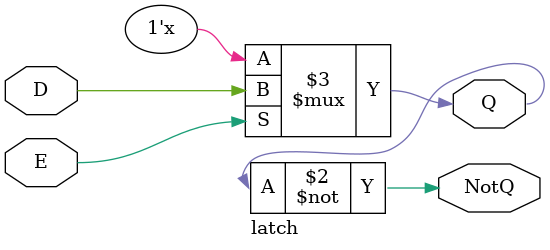
<source format=v>
module latch(
input D, E, 
output reg Q,
output NotQ

);

always @(E, D) begin
   if(E)
    Q <= D;
end

assign NotQ = ~Q;

endmodule
</source>
